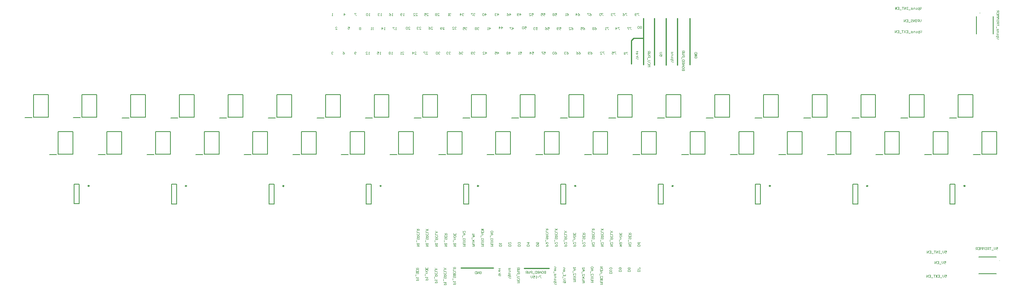
<source format=gbo>
G04*
G04 #@! TF.GenerationSoftware,Altium Limited,Altium Designer,23.2.1 (34)*
G04*
G04 Layer_Color=32896*
%FSLAX44Y44*%
%MOMM*%
G71*
G04*
G04 #@! TF.SameCoordinates,4AEFFC81-8D6A-4C92-BCC4-55949A9363D9*
G04*
G04*
G04 #@! TF.FilePolarity,Positive*
G04*
G01*
G75*
%ADD10C,0.2000*%
%ADD11C,0.2500*%
%ADD13C,0.2540*%
%ADD14C,0.1200*%
%ADD85C,0.0220*%
D10*
X2084240Y61809D02*
X2122240D01*
X2084240Y25809D02*
X2122240D01*
X2115183Y547456D02*
Y585456D01*
X2079183Y547456D02*
Y585456D01*
X118567Y364987D02*
X133817D01*
X137317Y366287D02*
Y415287D01*
X169317D01*
Y366287D02*
Y415287D01*
X137317Y366287D02*
X169317D01*
X172505Y284858D02*
X187755D01*
X191255Y286159D02*
Y335159D01*
X223255D01*
Y286159D02*
Y335159D01*
X191255Y286159D02*
X223255D01*
X224159Y364793D02*
X239408D01*
X242909Y366092D02*
Y415093D01*
X274909D01*
Y366092D02*
Y415093D01*
X242909Y366092D02*
X274909D01*
X278435Y284604D02*
X293685D01*
X297185Y285905D02*
Y334905D01*
X329185D01*
Y285905D02*
Y334905D01*
X297185Y285905D02*
X329185D01*
X330149Y364733D02*
X345399D01*
X348899Y366033D02*
Y415033D01*
X380899D01*
Y366033D02*
Y415033D01*
X348899Y366033D02*
X380899D01*
X383845Y284604D02*
X399095D01*
X402595Y285905D02*
Y334905D01*
X434595D01*
Y285905D02*
Y334905D01*
X402595Y285905D02*
X434595D01*
X435813Y364733D02*
X451063D01*
X454563Y366033D02*
Y415033D01*
X486563D01*
Y366033D02*
Y415033D01*
X454563Y366033D02*
X486563D01*
X489255Y284604D02*
X504505D01*
X508005Y285905D02*
Y334905D01*
X540005D01*
Y285905D02*
Y334905D01*
X508005Y285905D02*
X540005D01*
X541477Y364733D02*
X556727D01*
X560227Y366033D02*
Y415033D01*
X592227D01*
Y366033D02*
Y415033D01*
X560227Y366033D02*
X592227D01*
X594919Y284604D02*
X610169D01*
X613669Y285905D02*
Y334905D01*
X645669D01*
Y285905D02*
Y334905D01*
X613669Y285905D02*
X645669D01*
X647141Y364733D02*
X662391D01*
X665891Y366033D02*
Y415033D01*
X697891D01*
Y366033D02*
Y415033D01*
X665891Y366033D02*
X697891D01*
X700329Y284604D02*
X715579D01*
X719079Y285905D02*
Y334905D01*
X751079D01*
Y285905D02*
Y334905D01*
X719079Y285905D02*
X751079D01*
X752805Y364733D02*
X768055D01*
X771555Y366033D02*
Y415033D01*
X803555D01*
Y366033D02*
Y415033D01*
X771555Y366033D02*
X803555D01*
X805993Y284604D02*
X821243D01*
X824743Y285905D02*
Y334905D01*
X856743D01*
Y285905D02*
Y334905D01*
X824743Y285905D02*
X856743D01*
X858469Y364733D02*
X873719D01*
X877219Y366033D02*
Y415033D01*
X909219D01*
Y366033D02*
Y415033D01*
X877219Y366033D02*
X909219D01*
X911403Y284604D02*
X926653D01*
X930153Y285905D02*
Y334905D01*
X962153D01*
Y285905D02*
Y334905D01*
X930153Y285905D02*
X962153D01*
X964133Y364733D02*
X979383D01*
X982883Y366033D02*
Y415033D01*
X1014883D01*
Y366033D02*
Y415033D01*
X982883Y366033D02*
X1014883D01*
X1016813Y284604D02*
X1032063D01*
X1035563Y285905D02*
Y334905D01*
X1067563D01*
Y285905D02*
Y334905D01*
X1035563Y285905D02*
X1067563D01*
X1069797Y364733D02*
X1085047D01*
X1088547Y366033D02*
Y415033D01*
X1120547D01*
Y366033D02*
Y415033D01*
X1088547Y366033D02*
X1120547D01*
X1122477Y284604D02*
X1137727D01*
X1141227Y285905D02*
Y334905D01*
X1173227D01*
Y285905D02*
Y334905D01*
X1141227Y285905D02*
X1173227D01*
X1175461Y364733D02*
X1190711D01*
X1194211Y366033D02*
Y415033D01*
X1226211D01*
Y366033D02*
Y415033D01*
X1194211Y366033D02*
X1226211D01*
X1227887Y284604D02*
X1243137D01*
X1246637Y285905D02*
Y334905D01*
X1278637D01*
Y285905D02*
Y334905D01*
X1246637Y285905D02*
X1278637D01*
X1281125Y364733D02*
X1296375D01*
X1299875Y366033D02*
Y415033D01*
X1331875D01*
Y366033D02*
Y415033D01*
X1299875Y366033D02*
X1331875D01*
X1333551Y284604D02*
X1348801D01*
X1352301Y285905D02*
Y334905D01*
X1384301D01*
Y285905D02*
Y334905D01*
X1352301Y285905D02*
X1384301D01*
X1386789Y364733D02*
X1402039D01*
X1405539Y366033D02*
Y415033D01*
X1437539D01*
Y366033D02*
Y415033D01*
X1405539Y366033D02*
X1437539D01*
X1438961Y284604D02*
X1454211D01*
X1457711Y285905D02*
Y334905D01*
X1489711D01*
Y285905D02*
Y334905D01*
X1457711Y285905D02*
X1489711D01*
X1492453Y364733D02*
X1507703D01*
X1511203Y366033D02*
Y415033D01*
X1543203D01*
Y366033D02*
Y415033D01*
X1511203Y366033D02*
X1543203D01*
X1544625Y284604D02*
X1559875D01*
X1563375Y285905D02*
Y334905D01*
X1595375D01*
Y285905D02*
Y334905D01*
X1563375Y285905D02*
X1595375D01*
X1598117Y364733D02*
X1613367D01*
X1616867Y366033D02*
Y415033D01*
X1648867D01*
Y366033D02*
Y415033D01*
X1616867Y366033D02*
X1648867D01*
X1650035Y284604D02*
X1665285D01*
X1668785Y285905D02*
Y334905D01*
X1700785D01*
Y285905D02*
Y334905D01*
X1668785Y285905D02*
X1700785D01*
X1703781Y364733D02*
X1719031D01*
X1722531Y366033D02*
Y415033D01*
X1754531D01*
Y366033D02*
Y415033D01*
X1722531Y366033D02*
X1754531D01*
X1755445Y284604D02*
X1770695D01*
X1774195Y285905D02*
Y334905D01*
X1806195D01*
Y285905D02*
Y334905D01*
X1774195Y285905D02*
X1806195D01*
X1809445Y364733D02*
X1824695D01*
X1828195Y366033D02*
Y415033D01*
X1860195D01*
Y366033D02*
Y415033D01*
X1828195Y366033D02*
X1860195D01*
X1861109Y284604D02*
X1876359D01*
X1879859Y285905D02*
Y334905D01*
X1911859D01*
Y285905D02*
Y334905D01*
X1879859Y285905D02*
X1911859D01*
X1915109Y364733D02*
X1930359D01*
X1933859Y366033D02*
Y415033D01*
X1965859D01*
Y366033D02*
Y415033D01*
X1933859Y366033D02*
X1965859D01*
X1966519Y284604D02*
X1981769D01*
X1985269Y285905D02*
Y334905D01*
X2017269D01*
Y285905D02*
Y334905D01*
X1985269Y285905D02*
X2017269D01*
X2020773Y364733D02*
X2036023D01*
X2039523Y366033D02*
Y415033D01*
X2071523D01*
Y366033D02*
Y415033D01*
X2039523Y366033D02*
X2071523D01*
X2072183Y284604D02*
X2087433D01*
X2090933Y285905D02*
Y334905D01*
X2122933D01*
Y285905D02*
Y334905D01*
X2090933Y285905D02*
X2122933D01*
X13087Y365072D02*
X28337D01*
X31837Y366372D02*
Y415372D01*
X63836D01*
Y366372D02*
Y415372D01*
X31837Y366372D02*
X63836D01*
X66841Y284858D02*
X82091D01*
X85591Y286159D02*
Y335159D01*
X117591D01*
Y286159D02*
Y335159D01*
X85591Y286159D02*
X117591D01*
X342679Y177680D02*
Y220680D01*
X331679Y177680D02*
X342679D01*
X331679D02*
Y220680D01*
X342679D01*
X542969D02*
X553969D01*
X542969Y177680D02*
Y220680D01*
Y177680D02*
X553969D01*
Y220680D01*
X765259Y177680D02*
Y220680D01*
X754259Y177680D02*
X765259D01*
X754259D02*
Y220680D01*
X765259D01*
X965548D02*
X976548D01*
X965548Y177680D02*
Y220680D01*
Y177680D02*
X976548D01*
Y220680D01*
X1187838Y177680D02*
Y220680D01*
X1176838Y177680D02*
X1187838D01*
X1176838D02*
Y220680D01*
X1187838D01*
X1388128D02*
X1399128D01*
X1388128Y177680D02*
Y220680D01*
Y177680D02*
X1399128D01*
Y220680D01*
X1610418Y177680D02*
Y220680D01*
X1599418Y177680D02*
X1610418D01*
X1599418D02*
Y220680D01*
X1610418D01*
X1810707D02*
X1821707D01*
X1810707Y177680D02*
Y220680D01*
Y177680D02*
X1821707D01*
Y220680D01*
X2032997Y177680D02*
Y220680D01*
X2021997Y177680D02*
X2032997D01*
X2021997D02*
Y220680D01*
X2032997D01*
X120344Y220877D02*
X131344D01*
X120344Y177878D02*
Y220877D01*
Y177878D02*
X131344D01*
Y220877D01*
D11*
X364179Y216680D02*
G03*
X364179Y216680I-1250J0D01*
G01*
X575469D02*
G03*
X575469Y216680I-1250J0D01*
G01*
X786759D02*
G03*
X786759Y216680I-1250J0D01*
G01*
X998048D02*
G03*
X998048Y216680I-1250J0D01*
G01*
X1209338D02*
G03*
X1209338Y216680I-1250J0D01*
G01*
X1420628D02*
G03*
X1420628Y216680I-1250J0D01*
G01*
X1631918D02*
G03*
X1631918Y216680I-1250J0D01*
G01*
X1843207D02*
G03*
X1843207Y216680I-1250J0D01*
G01*
X2054497D02*
G03*
X2054497Y216680I-1250J0D01*
G01*
X152844Y216877D02*
G03*
X152844Y216877I-1250J0D01*
G01*
D13*
X1350000Y538110D02*
X1354103D01*
X1356129Y480603D02*
Y581592D01*
X1380000Y480000D02*
Y580989D01*
X1405000Y480000D02*
Y580989D01*
X1430000Y480000D02*
Y580989D01*
X1330000Y482287D02*
Y533110D01*
X1330293D02*
X1335293Y538110D01*
X1350000D01*
X1456550Y480440D02*
Y581429D01*
X960123Y38273D02*
X1030123D01*
X1096649Y37502D02*
X1151649D01*
D14*
X2010723Y23279D02*
X2014055D01*
Y20780D01*
X2012389Y21613D01*
X2011556D01*
X2010723Y20780D01*
Y19114D01*
X2011556Y18281D01*
X2013222D01*
X2014055Y19114D01*
X2009057Y23279D02*
Y19947D01*
X2007391Y18281D01*
X2005725Y19947D01*
Y23279D01*
X2004059Y17448D02*
X2000726D01*
X1995728Y23279D02*
X1999060D01*
Y18281D01*
X1995728D01*
X1999060Y20780D02*
X1997394D01*
X1994062Y23279D02*
X1990730Y18281D01*
Y23279D02*
X1994062Y18281D01*
X1989064Y23279D02*
X1985731D01*
X1987398D01*
Y18281D01*
X1984065Y17448D02*
X1980733D01*
X1975735Y23279D02*
X1979067D01*
Y18281D01*
X1975735D01*
X1979067Y20780D02*
X1977401D01*
X1974069Y18281D02*
Y23279D01*
X1970736Y18281D01*
Y23279D01*
X2010921Y75957D02*
X2014254D01*
Y73458D01*
X2012587Y74291D01*
X2011754D01*
X2010921Y73458D01*
Y71792D01*
X2011754Y70959D01*
X2013421D01*
X2014254Y71792D01*
X2009255Y75957D02*
Y72625D01*
X2007589Y70959D01*
X2005923Y72625D01*
Y75957D01*
X2004257Y70126D02*
X2000925D01*
X1999259Y75957D02*
X1997592D01*
X1998425D01*
Y70959D01*
X1999259D01*
X1997592D01*
X1995093D02*
Y75957D01*
X1991761Y70959D01*
Y75957D01*
X1990095D02*
X1986763D01*
X1988429D01*
Y70959D01*
X1985096Y70126D02*
X1981764D01*
X1976766Y75957D02*
X1980098D01*
Y70959D01*
X1976766D01*
X1980098Y73458D02*
X1978432D01*
X1975100Y70959D02*
Y75957D01*
X1971767Y70959D01*
Y75957D01*
X2008743Y53183D02*
X2012075D01*
Y50684D01*
X2010409Y51517D01*
X2009576D01*
X2008743Y50684D01*
Y49018D01*
X2009576Y48184D01*
X2011242D01*
X2012075Y49018D01*
X2007077Y53183D02*
Y49851D01*
X2005411Y48184D01*
X2003745Y49851D01*
Y53183D01*
X2002078Y47351D02*
X1998746D01*
X1993748Y53183D02*
X1997080D01*
Y48184D01*
X1993748D01*
X1997080Y50684D02*
X1995414D01*
X1992082Y48184D02*
Y53183D01*
X1988749Y48184D01*
Y53183D01*
X1959521Y554705D02*
Y551372D01*
X1957855Y549706D01*
X1956189Y551372D01*
Y554705D01*
X1954523Y548040D02*
Y553038D01*
X1952024D01*
X1951191Y552205D01*
Y550539D01*
X1952024Y549706D01*
X1954523D01*
X1949525D02*
X1947858D01*
X1948692D01*
Y553038D01*
X1949525D01*
X1945359Y549706D02*
Y553038D01*
X1942860D01*
X1942027Y552205D01*
Y549706D01*
X1940361D02*
X1937862D01*
X1937029Y550539D01*
X1937862Y551372D01*
X1939528D01*
X1940361Y552205D01*
X1939528Y553038D01*
X1937029D01*
X1935363Y548873D02*
X1932030D01*
X1927032Y554705D02*
X1930364D01*
Y549706D01*
X1927032D01*
X1930364Y552205D02*
X1928698D01*
X1925366Y554705D02*
X1922034Y549706D01*
Y554705D02*
X1925366Y549706D01*
X1920367Y554705D02*
X1917035D01*
X1918701D01*
Y549706D01*
X1915369Y548873D02*
X1912037D01*
X1907039Y554705D02*
X1910371D01*
Y549706D01*
X1907039D01*
X1910371Y552205D02*
X1908705D01*
X1905372Y549706D02*
Y554705D01*
X1902040Y549706D01*
Y554705D01*
X1959340Y605451D02*
Y602118D01*
X1957674Y600452D01*
X1956008Y602118D01*
Y605451D01*
X1954342Y598786D02*
Y603784D01*
X1951843D01*
X1951010Y602951D01*
Y601285D01*
X1951843Y600452D01*
X1954342D01*
X1949344D02*
X1947677D01*
X1948510D01*
Y603784D01*
X1949344D01*
X1945178Y600452D02*
Y603784D01*
X1942679D01*
X1941846Y602951D01*
Y600452D01*
X1940180D02*
X1937681D01*
X1936848Y601285D01*
X1937681Y602118D01*
X1939347D01*
X1940180Y602951D01*
X1939347Y603784D01*
X1936848D01*
X1935181Y599619D02*
X1931849D01*
X1930183Y605451D02*
X1928517D01*
X1929350D01*
Y600452D01*
X1930183D01*
X1928517D01*
X1926018D02*
Y605451D01*
X1922686Y600452D01*
Y605451D01*
X1921019D02*
X1917687D01*
X1919353D01*
Y600452D01*
X1916021Y599619D02*
X1912689D01*
X1907690Y605451D02*
X1911023D01*
Y600452D01*
X1907690D01*
X1911023Y602951D02*
X1909357D01*
X1906024Y600452D02*
Y605451D01*
X1902692Y600452D01*
Y605451D01*
X1959159Y578701D02*
Y575368D01*
X1957493Y573702D01*
X1955827Y575368D01*
Y578701D01*
X1954161Y573702D02*
Y578701D01*
X1951662D01*
X1950828Y577868D01*
Y576202D01*
X1951662Y575368D01*
X1954161D01*
X1949162Y578701D02*
X1947496D01*
X1948329D01*
Y573702D01*
X1949162D01*
X1947496D01*
X1944997D02*
Y578701D01*
X1941665Y573702D01*
Y578701D01*
X1936666Y577868D02*
X1937499Y578701D01*
X1939165D01*
X1939999Y577868D01*
Y577035D01*
X1939165Y576202D01*
X1937499D01*
X1936666Y575368D01*
Y574535D01*
X1937499Y573702D01*
X1939165D01*
X1939999Y574535D01*
X1935000Y572869D02*
X1931668D01*
X1926670Y578701D02*
X1930002D01*
Y573702D01*
X1926670D01*
X1930002Y576202D02*
X1928336D01*
X1925004Y573702D02*
Y578701D01*
X1921671Y573702D01*
Y578701D01*
X869288Y557614D02*
X872620D01*
X869288Y560946D01*
Y561779D01*
X870121Y562612D01*
X871787D01*
X872620Y561779D01*
X867622D02*
X866789Y562612D01*
X865123D01*
X864290Y561779D01*
Y560946D01*
X865123Y560113D01*
X865956D01*
X865123D01*
X864290Y559280D01*
Y558447D01*
X865123Y557614D01*
X866789D01*
X867622Y558447D01*
X894736Y557367D02*
X898068D01*
X894736Y560699D01*
Y561532D01*
X895569Y562365D01*
X897235D01*
X898068Y561532D01*
X889738Y562365D02*
X891404Y561532D01*
X893070Y559866D01*
Y558200D01*
X892237Y557367D01*
X890571D01*
X889738Y558200D01*
Y559033D01*
X890571Y559866D01*
X893070D01*
X920349Y557120D02*
X923681D01*
X920349Y560452D01*
Y561285D01*
X921182Y562118D01*
X922848D01*
X923681Y561285D01*
X918682Y557953D02*
X917849Y557120D01*
X916183D01*
X915350Y557953D01*
Y561285D01*
X916183Y562118D01*
X917849D01*
X918682Y561285D01*
Y560452D01*
X917849Y559619D01*
X915350D01*
X1351552Y563380D02*
X1350719Y564213D01*
X1349053D01*
X1348220Y563380D01*
Y562547D01*
X1349053Y561714D01*
X1348220Y560881D01*
Y560048D01*
X1349053Y559215D01*
X1350719D01*
X1351552Y560048D01*
Y560881D01*
X1350719Y561714D01*
X1351552Y562547D01*
Y563380D01*
X1350719Y561714D02*
X1349053D01*
X1346554Y563380D02*
X1345721Y564213D01*
X1344055D01*
X1343222Y563380D01*
Y560048D01*
X1344055Y559215D01*
X1345721D01*
X1346554Y560048D01*
Y563380D01*
X1047797Y558480D02*
Y563479D01*
X1050296Y560979D01*
X1046964D01*
X1042799Y558480D02*
Y563479D01*
X1045298Y560979D01*
X1041966D01*
X681887Y507213D02*
X681054Y508046D01*
X679388D01*
X678555Y507213D01*
Y506380D01*
X679388Y505547D01*
X680221D01*
X679388D01*
X678555Y504714D01*
Y503881D01*
X679388Y503048D01*
X681054D01*
X681887Y503881D01*
X703573Y508749D02*
X705239Y507916D01*
X706905Y506250D01*
Y504584D01*
X706072Y503750D01*
X704406D01*
X703573Y504584D01*
Y505416D01*
X704406Y506250D01*
X706905D01*
X731782Y504021D02*
X730949Y503188D01*
X729283D01*
X728450Y504021D01*
Y507354D01*
X729283Y508187D01*
X730949D01*
X731782Y507354D01*
Y506521D01*
X730949Y505687D01*
X728450D01*
X810641Y503258D02*
X808975D01*
X809808D01*
Y508256D01*
X810641Y507423D01*
X806476D02*
X805643Y508256D01*
X803977D01*
X803144Y507423D01*
Y506590D01*
X803977Y505757D01*
X803144Y504924D01*
Y504091D01*
X803977Y503258D01*
X805643D01*
X806476Y504091D01*
Y504924D01*
X805643Y505757D01*
X806476Y506590D01*
Y507423D01*
X805643Y505757D02*
X803977D01*
X785711Y503258D02*
X784045D01*
X784878D01*
Y508256D01*
X785711Y507423D01*
X778214Y508256D02*
X781546D01*
Y505757D01*
X779880Y506590D01*
X779047D01*
X778214Y505757D01*
Y504091D01*
X779047Y503258D01*
X780713D01*
X781546Y504091D01*
X760781Y503258D02*
X759115D01*
X759948D01*
Y508256D01*
X760781Y507423D01*
X753283Y503258D02*
X756615D01*
X753283Y506590D01*
Y507423D01*
X754116Y508256D01*
X755782D01*
X756615Y507423D01*
X914414D02*
X913581Y508256D01*
X911915D01*
X911082Y507423D01*
Y506590D01*
X911915Y505757D01*
X912748D01*
X911915D01*
X911082Y504924D01*
Y504091D01*
X911915Y503258D01*
X913581D01*
X914414Y504091D01*
X909416Y507423D02*
X908583Y508256D01*
X906917D01*
X906083Y507423D01*
Y504091D01*
X906917Y503258D01*
X908583D01*
X909416Y504091D01*
Y507423D01*
X936959D02*
X936126Y508256D01*
X934460D01*
X933627Y507423D01*
Y506590D01*
X934460Y505757D01*
X935293D01*
X934460D01*
X933627Y504924D01*
Y504091D01*
X934460Y503258D01*
X936126D01*
X936959Y504091D01*
X931961Y507423D02*
X931128Y508256D01*
X929462D01*
X928629Y507423D01*
Y506590D01*
X929462Y505757D01*
X930295D01*
X929462D01*
X928629Y504924D01*
Y504091D01*
X929462Y503258D01*
X931128D01*
X931961Y504091D01*
X964222Y507423D02*
X963389Y508256D01*
X961723D01*
X960890Y507423D01*
Y506590D01*
X961723Y505757D01*
X962556D01*
X961723D01*
X960890Y504924D01*
Y504091D01*
X961723Y503258D01*
X963389D01*
X964222Y504091D01*
X955892Y508256D02*
X957558Y507423D01*
X959224Y505757D01*
Y504091D01*
X958391Y503258D01*
X956725D01*
X955892Y504091D01*
Y504924D01*
X956725Y505757D01*
X959224D01*
X883438Y503258D02*
X886770D01*
X883438Y506590D01*
Y507423D01*
X884271Y508256D01*
X885937D01*
X886770Y507423D01*
X881771Y508256D02*
X878439D01*
Y507423D01*
X881771Y504091D01*
Y503258D01*
X858838D02*
X862170D01*
X858838Y506590D01*
Y507423D01*
X859671Y508256D01*
X861337D01*
X862170Y507423D01*
X854673Y503258D02*
Y508256D01*
X857172Y505757D01*
X853840D01*
X832240Y503258D02*
X835572D01*
X832240Y506590D01*
Y507423D01*
X833073Y508256D01*
X834739D01*
X835572Y507423D01*
X830574Y503258D02*
X828907D01*
X829740D01*
Y508256D01*
X830574Y507423D01*
X1088011Y587136D02*
Y592134D01*
X1090510Y589635D01*
X1087178D01*
X1085511Y587968D02*
X1084678Y587136D01*
X1083012D01*
X1082179Y587968D01*
Y591301D01*
X1083012Y592134D01*
X1084678D01*
X1085511Y591301D01*
Y590468D01*
X1084678Y589635D01*
X1082179D01*
X1112834Y592134D02*
X1116166D01*
Y589635D01*
X1114500Y590468D01*
X1113667D01*
X1112834Y589635D01*
Y587968D01*
X1113667Y587136D01*
X1115333D01*
X1116166Y587968D01*
X1107836Y587136D02*
X1111168D01*
X1107836Y590468D01*
Y591301D01*
X1108669Y592134D01*
X1110335D01*
X1111168Y591301D01*
X1138490Y592134D02*
X1141823D01*
Y589635D01*
X1140156Y590468D01*
X1139324D01*
X1138490Y589635D01*
Y587968D01*
X1139324Y587136D01*
X1140990D01*
X1141823Y587968D01*
X1133492Y592134D02*
X1136824D01*
Y589635D01*
X1135158Y590468D01*
X1134325D01*
X1133492Y589635D01*
Y587968D01*
X1134325Y587136D01*
X1135991D01*
X1136824Y587968D01*
X1065623Y587136D02*
Y592134D01*
X1068122Y589635D01*
X1064790D01*
X1059791Y592134D02*
X1061458Y591301D01*
X1063124Y589635D01*
Y587968D01*
X1062291Y587136D01*
X1060625D01*
X1059791Y587968D01*
Y588802D01*
X1060625Y589635D01*
X1063124D01*
X1013358Y503258D02*
Y508256D01*
X1015857Y505757D01*
X1012525D01*
X1007527Y503258D02*
X1010859D01*
X1007527Y506590D01*
Y507423D01*
X1008360Y508256D01*
X1010026D01*
X1010859Y507423D01*
X990527D02*
X989694Y508256D01*
X988028D01*
X987195Y507423D01*
Y506590D01*
X988028Y505757D01*
X988861D01*
X988028D01*
X987195Y504924D01*
Y504091D01*
X988028Y503258D01*
X989694D01*
X990527Y504091D01*
X985529D02*
X984696Y503258D01*
X983029D01*
X982196Y504091D01*
Y507423D01*
X983029Y508256D01*
X984696D01*
X985529Y507423D01*
Y506590D01*
X984696Y505757D01*
X982196D01*
X1239450Y592134D02*
X1241116Y591301D01*
X1242782Y589635D01*
Y587968D01*
X1241949Y587136D01*
X1240283D01*
X1239450Y587968D01*
Y588802D01*
X1240283Y589635D01*
X1242782D01*
X1237784Y592134D02*
X1234451D01*
Y591301D01*
X1237784Y587968D01*
Y587136D01*
X1268438Y592134D02*
X1265106D01*
Y591301D01*
X1268438Y587968D01*
Y587136D01*
X1263440Y591301D02*
X1262607Y592134D01*
X1260941D01*
X1260108Y591301D01*
Y587968D01*
X1260941Y587136D01*
X1262607D01*
X1263440Y587968D01*
Y591301D01*
X1294095Y592134D02*
X1290762D01*
Y591301D01*
X1294095Y587968D01*
Y587136D01*
X1289096Y591301D02*
X1288263Y592134D01*
X1286597D01*
X1285764Y591301D01*
Y590468D01*
X1286597Y589635D01*
X1287430D01*
X1286597D01*
X1285764Y588802D01*
Y587968D01*
X1286597Y587136D01*
X1288263D01*
X1289096Y587968D01*
X1213793Y592134D02*
X1215460Y591301D01*
X1217126Y589635D01*
Y587968D01*
X1216292Y587136D01*
X1214626D01*
X1213793Y587968D01*
Y588802D01*
X1214626Y589635D01*
X1217126D01*
X1209628Y587136D02*
Y592134D01*
X1212127Y589635D01*
X1208795D01*
X1189803Y592134D02*
X1191469Y591301D01*
X1193135Y589635D01*
Y587968D01*
X1192302Y587136D01*
X1190636D01*
X1189803Y587968D01*
Y588802D01*
X1190636Y589635D01*
X1193135D01*
X1188137Y587136D02*
X1186471D01*
X1187304D01*
Y592134D01*
X1188137Y591301D01*
X1164147Y592134D02*
X1167479D01*
Y589635D01*
X1165813Y590468D01*
X1164980D01*
X1164147Y589635D01*
Y587968D01*
X1164980Y587136D01*
X1166646D01*
X1167479Y587968D01*
X1162481Y591301D02*
X1161648Y592134D01*
X1159981D01*
X1159148Y591301D01*
Y590468D01*
X1159981Y589635D01*
X1159148Y588802D01*
Y587968D01*
X1159981Y587136D01*
X1161648D01*
X1162481Y587968D01*
Y588802D01*
X1161648Y589635D01*
X1162481Y590468D01*
Y591301D01*
X1161648Y589635D02*
X1159981D01*
X1319751Y592134D02*
X1316419D01*
Y591301D01*
X1319751Y587968D01*
Y587136D01*
X1311420Y592134D02*
X1313087Y591301D01*
X1314753Y589635D01*
Y587968D01*
X1313920Y587136D01*
X1312254D01*
X1311420Y587968D01*
Y588802D01*
X1312254Y589635D01*
X1314753D01*
X1345693Y592134D02*
X1342361D01*
Y591301D01*
X1345693Y587968D01*
Y587136D01*
X1340695Y587968D02*
X1339862Y587136D01*
X1338196D01*
X1337363Y587968D01*
Y591301D01*
X1338196Y592134D01*
X1339862D01*
X1340695Y591301D01*
Y590468D01*
X1339862Y589635D01*
X1337363D01*
X687347Y557739D02*
X690679D01*
X687347Y561071D01*
Y561904D01*
X688180Y562737D01*
X689846D01*
X690679Y561904D01*
X714484Y562299D02*
X717816D01*
Y559800D01*
X716150Y560633D01*
X715317D01*
X714484Y559800D01*
Y558134D01*
X715317Y557301D01*
X716983D01*
X717816Y558134D01*
X742545Y561247D02*
X741712Y562081D01*
X740046D01*
X739213Y561247D01*
Y560414D01*
X740046Y559581D01*
X739213Y558748D01*
Y557915D01*
X740046Y557082D01*
X741712D01*
X742545Y557915D01*
Y558748D01*
X741712Y559581D01*
X742545Y560414D01*
Y561247D01*
X741712Y559581D02*
X740046D01*
X819492Y556887D02*
X817826D01*
X818659D01*
Y561885D01*
X819492Y561052D01*
X815327Y561885D02*
X811995D01*
Y561052D01*
X815327Y557720D01*
Y556887D01*
X794624D02*
X792958D01*
X793791D01*
Y561885D01*
X794624Y561052D01*
X787959Y556887D02*
Y561885D01*
X790458Y559386D01*
X787126D01*
X769799Y556987D02*
X768133D01*
X768966D01*
Y561986D01*
X769799Y561153D01*
X765633Y556987D02*
X763967D01*
X764800D01*
Y561986D01*
X765633Y561153D01*
X949623Y561779D02*
X948790Y562612D01*
X947124D01*
X946291Y561779D01*
Y560946D01*
X947124Y560113D01*
X947957D01*
X947124D01*
X946291Y559280D01*
Y558447D01*
X947124Y557614D01*
X948790D01*
X949623Y558447D01*
X941292Y557614D02*
X944624D01*
X941292Y560946D01*
Y561779D01*
X942125Y562612D01*
X943791D01*
X944624Y561779D01*
X972868Y561052D02*
X972035Y561885D01*
X970369D01*
X969536Y561052D01*
Y560219D01*
X970369Y559386D01*
X971202D01*
X970369D01*
X969536Y558553D01*
Y557720D01*
X970369Y556887D01*
X972035D01*
X972868Y557720D01*
X964537Y561885D02*
X967869D01*
Y559386D01*
X966203Y560219D01*
X965370D01*
X964537Y559386D01*
Y557720D01*
X965370Y556887D01*
X967036D01*
X967869Y557720D01*
X845814Y557322D02*
X849146D01*
X845814Y560654D01*
Y561487D01*
X846647Y562320D01*
X848313D01*
X849146Y561487D01*
X844148D02*
X843315Y562320D01*
X841649D01*
X840816Y561487D01*
Y558155D01*
X841649Y557322D01*
X843315D01*
X844148Y558155D01*
Y561487D01*
X1064506Y503258D02*
Y508256D01*
X1067005Y505757D01*
X1063673D01*
X1062007Y507423D02*
X1061174Y508256D01*
X1059508D01*
X1058674Y507423D01*
Y506590D01*
X1059508Y505757D01*
X1058674Y504924D01*
Y504091D01*
X1059508Y503258D01*
X1061174D01*
X1062007Y504091D01*
Y504924D01*
X1061174Y505757D01*
X1062007Y506590D01*
Y507423D01*
X1061174Y505757D02*
X1059508D01*
X1087420Y508256D02*
X1090752D01*
Y505757D01*
X1089086Y506590D01*
X1088253D01*
X1087420Y505757D01*
Y504091D01*
X1088253Y503258D01*
X1089919D01*
X1090752Y504091D01*
X1085754Y503258D02*
X1084088D01*
X1084921D01*
Y508256D01*
X1085754Y507423D01*
X1113968Y508256D02*
X1117301D01*
Y505757D01*
X1115635Y506590D01*
X1114801D01*
X1113968Y505757D01*
Y504091D01*
X1114801Y503258D01*
X1116468D01*
X1117301Y504091D01*
X1109803Y503258D02*
Y508256D01*
X1112302Y505757D01*
X1108970D01*
X1039297Y503258D02*
Y508256D01*
X1041796Y505757D01*
X1038464D01*
X1033466Y508256D02*
X1036798D01*
Y505757D01*
X1035132Y506590D01*
X1034299D01*
X1033466Y505757D01*
Y504091D01*
X1034299Y503258D01*
X1035965D01*
X1036798Y504091D01*
X1021771Y556887D02*
Y561885D01*
X1024271Y559386D01*
X1020938D01*
X1019272Y556887D02*
X1017606D01*
X1018439D01*
Y561885D01*
X1019272Y561052D01*
X998569D02*
X997736Y561885D01*
X996070D01*
X995237Y561052D01*
Y560219D01*
X996070Y559386D01*
X996903D01*
X996070D01*
X995237Y558553D01*
Y557720D01*
X996070Y556887D01*
X997736D01*
X998569Y557720D01*
X993571Y561052D02*
X992738Y561885D01*
X991072D01*
X990239Y561052D01*
Y560219D01*
X991072Y559386D01*
X990239Y558553D01*
Y557720D01*
X991072Y556887D01*
X992738D01*
X993571Y557720D01*
Y558553D01*
X992738Y559386D01*
X993571Y560219D01*
Y561052D01*
X992738Y559386D02*
X991072D01*
X1215359Y508256D02*
X1217025Y507423D01*
X1218691Y505757D01*
Y504091D01*
X1217858Y503258D01*
X1216192D01*
X1215359Y504091D01*
Y504924D01*
X1216192Y505757D01*
X1218691D01*
X1210360Y508256D02*
X1212026Y507423D01*
X1213692Y505757D01*
Y504091D01*
X1212859Y503258D01*
X1211193D01*
X1210360Y504091D01*
Y504924D01*
X1211193Y505757D01*
X1213692D01*
X1241122Y508256D02*
X1242788Y507423D01*
X1244454Y505757D01*
Y504091D01*
X1243621Y503258D01*
X1241955D01*
X1241122Y504091D01*
Y504924D01*
X1241955Y505757D01*
X1244454D01*
X1239456Y504091D02*
X1238623Y503258D01*
X1236957D01*
X1236124Y504091D01*
Y507423D01*
X1236957Y508256D01*
X1238623D01*
X1239456Y507423D01*
Y506590D01*
X1238623Y505757D01*
X1236124D01*
X1270218Y508256D02*
X1266886D01*
Y507423D01*
X1270218Y504091D01*
Y503258D01*
X1261887D02*
X1265219D01*
X1261887Y506590D01*
Y507423D01*
X1262720Y508256D01*
X1264386D01*
X1265219Y507423D01*
X1189595Y508256D02*
X1191261Y507423D01*
X1192927Y505757D01*
Y504091D01*
X1192094Y503258D01*
X1190428D01*
X1189595Y504091D01*
Y504924D01*
X1190428Y505757D01*
X1192927D01*
X1187929Y507423D02*
X1187096Y508256D01*
X1185430D01*
X1184597Y507423D01*
Y506590D01*
X1185430Y505757D01*
X1186263D01*
X1185430D01*
X1184597Y504924D01*
Y504091D01*
X1185430Y503258D01*
X1187096D01*
X1187929Y504091D01*
X1163832Y508256D02*
X1165498Y507423D01*
X1167164Y505757D01*
Y504091D01*
X1166331Y503258D01*
X1164665D01*
X1163832Y504091D01*
Y504924D01*
X1164665Y505757D01*
X1167164D01*
X1162166Y507423D02*
X1161333Y508256D01*
X1159667D01*
X1158833Y507423D01*
Y504091D01*
X1159667Y503258D01*
X1161333D01*
X1162166Y504091D01*
Y507423D01*
X1139786Y508256D02*
X1143118D01*
Y505757D01*
X1141452Y506590D01*
X1140619D01*
X1139786Y505757D01*
Y504091D01*
X1140619Y503258D01*
X1142285D01*
X1143118Y504091D01*
X1138120Y508256D02*
X1134787D01*
Y507423D01*
X1138120Y504091D01*
Y503258D01*
X1295981Y508256D02*
X1292649D01*
Y507423D01*
X1295981Y504091D01*
Y503258D01*
X1287651Y508256D02*
X1290983D01*
Y505757D01*
X1289317Y506590D01*
X1288484D01*
X1287651Y505757D01*
Y504091D01*
X1288484Y503258D01*
X1290150D01*
X1290983Y504091D01*
X1321745Y507910D02*
X1318412D01*
Y507077D01*
X1321745Y503745D01*
Y502912D01*
X1316746Y507077D02*
X1315913Y507910D01*
X1314247D01*
X1313414Y507077D01*
Y506244D01*
X1314247Y505411D01*
X1313414Y504578D01*
Y503745D01*
X1314247Y502912D01*
X1315913D01*
X1316746Y503745D01*
Y504578D01*
X1315913Y505411D01*
X1316746Y506244D01*
Y507077D01*
X1315913Y505411D02*
X1314247D01*
X1329356Y561885D02*
X1326024D01*
Y561052D01*
X1329356Y557720D01*
Y556887D01*
X1324357Y561885D02*
X1321025D01*
Y561052D01*
X1324357Y557720D01*
Y556887D01*
X1303654Y561885D02*
X1300322D01*
Y561052D01*
X1303654Y557720D01*
Y556887D01*
X1296157D02*
Y561885D01*
X1298656Y559386D01*
X1295324D01*
X1147779Y561885D02*
X1151112D01*
Y559386D01*
X1149446Y560219D01*
X1148613D01*
X1147779Y559386D01*
Y557720D01*
X1148613Y556887D01*
X1150279D01*
X1151112Y557720D01*
X1142781Y561885D02*
X1144447Y561052D01*
X1146113Y559386D01*
Y557720D01*
X1145280Y556887D01*
X1143614D01*
X1142781Y557720D01*
Y558553D01*
X1143614Y559386D01*
X1146113D01*
X1173481Y561885D02*
X1176813D01*
Y559386D01*
X1175147Y560219D01*
X1174314D01*
X1173481Y559386D01*
Y557720D01*
X1174314Y556887D01*
X1175980D01*
X1176813Y557720D01*
X1171815D02*
X1170982Y556887D01*
X1169316D01*
X1168483Y557720D01*
Y561052D01*
X1169316Y561885D01*
X1170982D01*
X1171815Y561052D01*
Y560219D01*
X1170982Y559386D01*
X1168483D01*
X1199182Y561885D02*
X1200849Y561052D01*
X1202515Y559386D01*
Y557720D01*
X1201682Y556887D01*
X1200015D01*
X1199182Y557720D01*
Y558553D01*
X1200015Y559386D01*
X1202515D01*
X1194184Y556887D02*
X1197516D01*
X1194184Y560219D01*
Y561052D01*
X1195017Y561885D01*
X1196683D01*
X1197516Y561052D01*
X1279619Y561885D02*
X1276287D01*
Y561052D01*
X1279619Y557720D01*
Y556887D01*
X1274621D02*
X1272954D01*
X1273788D01*
Y561885D01*
X1274621Y561052D01*
X1250585Y561885D02*
X1252251Y561052D01*
X1253918Y559386D01*
Y557720D01*
X1253084Y556887D01*
X1251418D01*
X1250585Y557720D01*
Y558553D01*
X1251418Y559386D01*
X1253918D01*
X1248919Y561052D02*
X1248086Y561885D01*
X1246420D01*
X1245587Y561052D01*
Y560219D01*
X1246420Y559386D01*
X1245587Y558553D01*
Y557720D01*
X1246420Y556887D01*
X1248086D01*
X1248919Y557720D01*
Y558553D01*
X1248086Y559386D01*
X1248919Y560219D01*
Y561052D01*
X1248086Y559386D02*
X1246420D01*
X1224884Y561885D02*
X1226550Y561052D01*
X1228216Y559386D01*
Y557720D01*
X1227383Y556887D01*
X1225717D01*
X1224884Y557720D01*
Y558553D01*
X1225717Y559386D01*
X1228216D01*
X1219885Y561885D02*
X1223218D01*
Y559386D01*
X1221552Y560219D01*
X1220719D01*
X1219885Y559386D01*
Y557720D01*
X1220719Y556887D01*
X1222385D01*
X1223218Y557720D01*
X990126Y591301D02*
X989293Y592134D01*
X987627D01*
X986794Y591301D01*
Y590468D01*
X987627Y589635D01*
X988460D01*
X987627D01*
X986794Y588802D01*
Y587968D01*
X987627Y587136D01*
X989293D01*
X990126Y587968D01*
X985127Y592134D02*
X981795D01*
Y591301D01*
X985127Y587968D01*
Y587136D01*
X1012402D02*
Y592134D01*
X1014901Y589635D01*
X1011569D01*
X1009903Y591301D02*
X1009070Y592134D01*
X1007403D01*
X1006571Y591301D01*
Y587968D01*
X1007403Y587136D01*
X1009070D01*
X1009903Y587968D01*
Y591301D01*
X1039242Y587136D02*
Y592134D01*
X1041741Y589635D01*
X1038409D01*
X1036743Y591301D02*
X1035910Y592134D01*
X1034243D01*
X1033410Y591301D01*
Y590468D01*
X1034243Y589635D01*
X1035077D01*
X1034243D01*
X1033410Y588802D01*
Y587968D01*
X1034243Y587136D01*
X1035910D01*
X1036743Y587968D01*
X1122078Y561885D02*
X1125410D01*
Y559386D01*
X1123744Y560219D01*
X1122911D01*
X1122078Y559386D01*
Y557720D01*
X1122911Y556887D01*
X1124577D01*
X1125410Y557720D01*
X1120412Y561052D02*
X1119579Y561885D01*
X1117913D01*
X1117080Y561052D01*
Y560219D01*
X1117913Y559386D01*
X1118746D01*
X1117913D01*
X1117080Y558553D01*
Y557720D01*
X1117913Y556887D01*
X1119579D01*
X1120412Y557720D01*
X1098005Y563377D02*
X1101338D01*
Y560877D01*
X1099672Y561710D01*
X1098839D01*
X1098005Y560877D01*
Y559211D01*
X1098839Y558378D01*
X1100505D01*
X1101338Y559211D01*
X1096339Y562543D02*
X1095506Y563377D01*
X1093840D01*
X1093007Y562543D01*
Y559211D01*
X1093840Y558378D01*
X1095506D01*
X1096339Y559211D01*
Y562543D01*
X1071508Y556887D02*
Y561885D01*
X1074007Y559386D01*
X1070675D01*
X1069009Y561885D02*
X1065677D01*
Y561052D01*
X1069009Y557720D01*
Y556887D01*
X836445Y587136D02*
X834779D01*
X835612D01*
Y592134D01*
X836445Y591301D01*
X832280Y587968D02*
X831447Y587136D01*
X829781D01*
X828948Y587968D01*
Y591301D01*
X829781Y592134D01*
X831447D01*
X832280Y591301D01*
Y590468D01*
X831447Y589635D01*
X828948D01*
X861541Y587136D02*
X864873D01*
X861541Y590468D01*
Y591301D01*
X862374Y592134D01*
X864040D01*
X864873Y591301D01*
X856542Y587136D02*
X859874D01*
X856542Y590468D01*
Y591301D01*
X857375Y592134D01*
X859041D01*
X859874Y591301D01*
X885169Y587136D02*
X888501D01*
X885169Y590468D01*
Y591301D01*
X886002Y592134D01*
X887668D01*
X888501Y591301D01*
X880171Y592134D02*
X883503D01*
Y589635D01*
X881837Y590468D01*
X881004D01*
X880171Y589635D01*
Y587968D01*
X881004Y587136D01*
X882670D01*
X883503Y587968D01*
X965580Y591301D02*
X964747Y592134D01*
X963081D01*
X962248Y591301D01*
Y590468D01*
X963081Y589635D01*
X963914D01*
X963081D01*
X962248Y588802D01*
Y587968D01*
X963081Y587136D01*
X964747D01*
X965580Y587968D01*
X958082Y587136D02*
Y592134D01*
X960582Y589635D01*
X957249D01*
X938238Y591301D02*
X937405Y592134D01*
X935739D01*
X934906Y591301D01*
Y590468D01*
X935739Y589635D01*
X936572D01*
X935739D01*
X934906Y588802D01*
Y587968D01*
X935739Y587136D01*
X937405D01*
X938238Y587968D01*
X933240Y587136D02*
X931573D01*
X932406D01*
Y592134D01*
X933240Y591301D01*
X909249Y587136D02*
X912581D01*
X909249Y590468D01*
Y591301D01*
X910082Y592134D01*
X911748D01*
X912581Y591301D01*
X907583D02*
X906750Y592134D01*
X905084D01*
X904251Y591301D01*
Y590468D01*
X905084Y589635D01*
X904251Y588802D01*
Y587968D01*
X905084Y587136D01*
X906750D01*
X907583Y587968D01*
Y588802D01*
X906750Y589635D01*
X907583Y590468D01*
Y591301D01*
X906750Y589635D02*
X905084D01*
X761975Y587136D02*
X760309D01*
X761142D01*
Y592134D01*
X761975Y591301D01*
X757810D02*
X756977Y592134D01*
X755311D01*
X754478Y591301D01*
Y587968D01*
X755311Y587136D01*
X756977D01*
X757810Y587968D01*
Y591301D01*
X786799Y587136D02*
X785133D01*
X785966D01*
Y592134D01*
X786799Y591301D01*
X782634D02*
X781800Y592134D01*
X780134D01*
X779301Y591301D01*
Y590468D01*
X780134Y589635D01*
X780967D01*
X780134D01*
X779301Y588802D01*
Y587968D01*
X780134Y587136D01*
X781800D01*
X782634Y587968D01*
X811622Y587136D02*
X809956D01*
X810789D01*
Y592134D01*
X811622Y591301D01*
X804125Y592134D02*
X805791Y591301D01*
X807457Y589635D01*
Y587968D01*
X806624Y587136D01*
X804958D01*
X804125Y587968D01*
Y588802D01*
X804958Y589635D01*
X807457D01*
X732480Y592134D02*
X729148D01*
Y591301D01*
X732480Y587968D01*
Y587136D01*
X706043D02*
Y592134D01*
X708542Y589635D01*
X705210D01*
X680970Y587136D02*
X679304D01*
X680137D01*
Y592134D01*
X680970Y591301D01*
X1365225Y476431D02*
X1370224D01*
X1368557Y478097D01*
X1370224Y479763D01*
X1365225D01*
X1369391Y484761D02*
X1370224Y483928D01*
Y482262D01*
X1369391Y481429D01*
X1366058D01*
X1365225Y482262D01*
Y483928D01*
X1366058Y484761D01*
X1370224Y486427D02*
X1366058D01*
X1365225Y487261D01*
Y488927D01*
X1366058Y489760D01*
X1370224D01*
X1364392Y491426D02*
Y494758D01*
X1365225Y496424D02*
X1370224D01*
Y498923D01*
X1369391Y499756D01*
X1367724D01*
X1366891Y498923D01*
Y496424D01*
X1370224Y501423D02*
X1365225D01*
X1366891Y503089D01*
X1365225Y504755D01*
X1370224D01*
X1365225Y506421D02*
X1370224D01*
Y508920D01*
X1369391Y509753D01*
X1367724D01*
X1366891Y508920D01*
Y506421D01*
Y508087D02*
X1365225Y509753D01*
X1420974Y486325D02*
X1417642D01*
X1415976Y487991D01*
X1417642Y489657D01*
X1420974D01*
X1414310Y491324D02*
X1419308D01*
Y493823D01*
X1418475Y494656D01*
X1416809D01*
X1415976Y493823D01*
Y491324D01*
Y496322D02*
Y497988D01*
Y497155D01*
X1419308D01*
Y496322D01*
X1415976Y500487D02*
X1419308D01*
Y502986D01*
X1418475Y503819D01*
X1415976D01*
Y505485D02*
Y507985D01*
X1416809Y508818D01*
X1417642Y507985D01*
Y506319D01*
X1418475Y505485D01*
X1419308Y506319D01*
Y508818D01*
X1344902Y493104D02*
X1341569D01*
X1339903Y494770D01*
X1341569Y496436D01*
X1344902D01*
X1343235Y498102D02*
X1339903D01*
X1341569D01*
X1342402Y498935D01*
X1343235Y499768D01*
Y500602D01*
X1339903Y505600D02*
Y503934D01*
X1340736Y503101D01*
X1342402D01*
X1343235Y503934D01*
Y505600D01*
X1342402Y506433D01*
X1341569D01*
Y503101D01*
X1339903Y508932D02*
X1344069D01*
X1342402D01*
Y508099D01*
Y509765D01*
Y508932D01*
X1344069D01*
X1344902Y509765D01*
X1395521Y502333D02*
Y499001D01*
X1393022D01*
X1393855Y500667D01*
Y501500D01*
X1393022Y502333D01*
X1391356D01*
X1390522Y501500D01*
Y499834D01*
X1391356Y499001D01*
X1395521Y503999D02*
X1392189D01*
X1390522Y505666D01*
X1392189Y507332D01*
X1395521D01*
X1445006Y467831D02*
X1440007D01*
Y470330D01*
X1440840Y471163D01*
X1441673D01*
X1442506Y470330D01*
Y467831D01*
Y470330D01*
X1443340Y471163D01*
X1444173D01*
X1445006Y470330D01*
Y467831D01*
Y475328D02*
Y473662D01*
X1444173Y472829D01*
X1440840D01*
X1440007Y473662D01*
Y475328D01*
X1440840Y476161D01*
X1444173D01*
X1445006Y475328D01*
X1440007Y477827D02*
X1443340D01*
X1445006Y479494D01*
X1443340Y481160D01*
X1440007D01*
X1442506D01*
Y477827D01*
X1440007Y482826D02*
X1445006D01*
Y485325D01*
X1444173Y486158D01*
X1442506D01*
X1441673Y485325D01*
Y482826D01*
Y484492D02*
X1440007Y486158D01*
X1445006Y487824D02*
X1440007D01*
Y490323D01*
X1440840Y491156D01*
X1444173D01*
X1445006Y490323D01*
Y487824D01*
X1439174Y492823D02*
Y496155D01*
X1440007Y497821D02*
X1445006D01*
Y500320D01*
X1444173Y501153D01*
X1442506D01*
X1441673Y500320D01*
Y497821D01*
X1445006Y502819D02*
X1440007D01*
X1441673Y504485D01*
X1440007Y506152D01*
X1445006D01*
X1440007Y507818D02*
X1445006D01*
Y510317D01*
X1444173Y511150D01*
X1442506D01*
X1441673Y510317D01*
Y507818D01*
Y509484D02*
X1440007Y511150D01*
X1470898Y497901D02*
X1471731Y497068D01*
Y495401D01*
X1470898Y494568D01*
X1467565D01*
X1466732Y495401D01*
Y497068D01*
X1467565Y497901D01*
X1469232D01*
Y496235D01*
X1466732Y499567D02*
X1471731D01*
X1466732Y502899D01*
X1471731D01*
Y504565D02*
X1466732D01*
Y507064D01*
X1467565Y507897D01*
X1470898D01*
X1471731Y507064D01*
Y504565D01*
X2127865Y536200D02*
X2124532D01*
X2122866Y537866D01*
X2124532Y539532D01*
X2127865D01*
X2121200Y541198D02*
X2126198D01*
Y543698D01*
X2125365Y544531D01*
X2123699D01*
X2122866Y543698D01*
Y541198D01*
Y546197D02*
Y547863D01*
Y547030D01*
X2126198D01*
Y546197D01*
X2122866Y550362D02*
X2126198D01*
Y552861D01*
X2125365Y553694D01*
X2122866D01*
Y555360D02*
Y557860D01*
X2123699Y558693D01*
X2124532Y557860D01*
Y556194D01*
X2125365Y555360D01*
X2126198Y556194D01*
Y558693D01*
X2122033Y560359D02*
Y563691D01*
X2127865Y565357D02*
Y568689D01*
Y567023D01*
X2122866D01*
Y570355D02*
X2127865D01*
Y572855D01*
X2127031Y573688D01*
X2125365D01*
X2124532Y572855D01*
Y570355D01*
Y572022D02*
X2122866Y573688D01*
X2127865Y575354D02*
Y577020D01*
Y576187D01*
X2122866D01*
Y575354D01*
Y577020D01*
Y579519D02*
X2127865D01*
X2126198Y581185D01*
X2127865Y582851D01*
X2122866D01*
Y584518D02*
X2127865D01*
X2126198Y586184D01*
X2127865Y587850D01*
X2122866D01*
X2127865Y592848D02*
Y589516D01*
X2122866D01*
Y592848D01*
X2125365Y589516D02*
Y591182D01*
X2122866Y594514D02*
X2127865D01*
Y597014D01*
X2127031Y597846D01*
X2125365D01*
X2124532Y597014D01*
Y594514D01*
Y596180D02*
X2122866Y597846D01*
X2121966Y83660D02*
X2125299D01*
Y81161D01*
X2123633Y81994D01*
X2122799D01*
X2121966Y81161D01*
Y79495D01*
X2122799Y78662D01*
X2124465D01*
X2125299Y79495D01*
X2120300Y83660D02*
Y80328D01*
X2118634Y78662D01*
X2116968Y80328D01*
Y83660D01*
X2115302Y77829D02*
X2111970D01*
X2110303Y83660D02*
X2106971D01*
X2108637D01*
Y78662D01*
X2105305D02*
Y83660D01*
X2102806D01*
X2101973Y82828D01*
Y81161D01*
X2102806Y80328D01*
X2105305D01*
X2103639D02*
X2101973Y78662D01*
X2100307Y83660D02*
X2098641D01*
X2099474D01*
Y78662D01*
X2100307D01*
X2098641D01*
X2096141D02*
Y83660D01*
X2094475Y81994D01*
X2092809Y83660D01*
Y78662D01*
X2091143D02*
Y83660D01*
X2089477Y81994D01*
X2087811Y83660D01*
Y78662D01*
X2082812Y83660D02*
X2086145D01*
Y78662D01*
X2082812D01*
X2086145Y81161D02*
X2084479D01*
X2081146Y78662D02*
Y83660D01*
X2078647D01*
X2077814Y82828D01*
Y81161D01*
X2078647Y80328D01*
X2081146D01*
X2079480D02*
X2077814Y78662D01*
X864097Y86094D02*
X869095D01*
X864097Y89426D01*
X869095D01*
X864097Y91092D02*
Y92758D01*
Y91925D01*
X869095D01*
X868262Y91092D01*
X863263Y95257D02*
Y98590D01*
X868262Y103588D02*
X869095Y102755D01*
Y101089D01*
X868262Y100256D01*
X867429D01*
X866596Y101089D01*
Y102755D01*
X865763Y103588D01*
X864930D01*
X864097Y102755D01*
Y101089D01*
X864930Y100256D01*
X864097Y105254D02*
X869095D01*
Y107753D01*
X868262Y108586D01*
X866596D01*
X865763Y107753D01*
Y105254D01*
Y106920D02*
X864097Y108586D01*
X868262Y113585D02*
X869095Y112752D01*
Y111086D01*
X868262Y110252D01*
X864930D01*
X864097Y111086D01*
Y112752D01*
X864930Y113585D01*
X869095Y115251D02*
X864097D01*
Y118583D01*
Y120249D02*
X869095D01*
Y122748D01*
X868262Y123581D01*
X866596D01*
X865763Y122748D01*
Y120249D01*
Y121915D02*
X864097Y123581D01*
X884097Y86094D02*
X889095D01*
X884097Y89426D01*
X889095D01*
X884097Y91092D02*
Y92758D01*
Y91925D01*
X889095D01*
X888262Y91092D01*
X883263Y95257D02*
Y98590D01*
X888262Y103588D02*
X889095Y102755D01*
Y101089D01*
X888262Y100256D01*
X887429D01*
X886596Y101089D01*
Y102755D01*
X885763Y103588D01*
X884930D01*
X884097Y102755D01*
Y101089D01*
X884930Y100256D01*
X884097Y105254D02*
X889095D01*
Y107753D01*
X888262Y108586D01*
X886596D01*
X885763Y107753D01*
Y105254D01*
Y106920D02*
X884097Y108586D01*
X888262Y113585D02*
X889095Y112752D01*
Y111086D01*
X888262Y110252D01*
X884930D01*
X884097Y111086D01*
Y112752D01*
X884930Y113585D01*
X889095Y115251D02*
X884097D01*
Y118583D01*
X889095Y120249D02*
X884097D01*
X885763D01*
X889095Y123581D01*
X886596Y121082D01*
X884097Y123581D01*
X904097Y86094D02*
X909095D01*
X904097Y89426D01*
X909095D01*
X904097Y91092D02*
Y92758D01*
Y91925D01*
X909095D01*
X908262Y91092D01*
X903263Y95257D02*
Y98590D01*
X904097Y100256D02*
X909095D01*
Y102755D01*
X908262Y103588D01*
X906596D01*
X905763Y102755D01*
Y100256D01*
Y101922D02*
X904097Y103588D01*
X908262Y108586D02*
X909095Y107753D01*
Y106087D01*
X908262Y105254D01*
X904930D01*
X904097Y106087D01*
Y107753D01*
X904930Y108586D01*
X909095Y110252D02*
X904097D01*
Y113585D01*
X909095Y115251D02*
X904097D01*
X905763D01*
X909095Y118583D01*
X906596Y116084D01*
X904097Y118583D01*
X924097Y86094D02*
X929095D01*
X924097Y89426D01*
X929095D01*
X924097Y91092D02*
Y92758D01*
Y91925D01*
X929095D01*
X928262Y91092D01*
X923264Y95257D02*
Y98590D01*
X928262Y103588D02*
X929095Y102755D01*
Y101089D01*
X928262Y100256D01*
X927429D01*
X926596Y101089D01*
Y102755D01*
X925763Y103588D01*
X924930D01*
X924097Y102755D01*
Y101089D01*
X924930Y100256D01*
X929095Y108586D02*
Y105254D01*
X924097D01*
Y108586D01*
X926596Y105254D02*
Y106920D01*
X924097Y110252D02*
X929095D01*
Y112752D01*
X928262Y113585D01*
X926596D01*
X925763Y112752D01*
Y110252D01*
Y111918D02*
X924097Y113585D01*
X944097Y86094D02*
X949095D01*
X944097Y89426D01*
X949095D01*
X944097Y91092D02*
Y92758D01*
Y91925D01*
X949095D01*
X948262Y91092D01*
X943263Y95257D02*
Y98590D01*
X944097Y100256D02*
X947429D01*
Y102755D01*
X946596Y103588D01*
X944097D01*
X949095Y107753D02*
Y106087D01*
X948262Y105254D01*
X944930D01*
X944097Y106087D01*
Y107753D01*
X944930Y108586D01*
X948262D01*
X949095Y107753D01*
Y113585D02*
Y110252D01*
X944097D01*
Y113585D01*
X946596Y110252D02*
Y111918D01*
X964097Y86094D02*
X969095D01*
X967429Y87760D01*
X969095Y89426D01*
X964097D01*
X969095Y91092D02*
X964930D01*
X964097Y91925D01*
Y93591D01*
X964930Y94424D01*
X969095D01*
Y96090D02*
X964097Y99423D01*
X969095D02*
X964097Y96090D01*
Y101089D02*
Y102755D01*
Y101922D01*
X969095D01*
X968262Y101089D01*
X963263Y105254D02*
Y108586D01*
X964097Y110252D02*
X967429D01*
X969095Y111918D01*
X967429Y113585D01*
X964097D01*
X966596D01*
Y110252D01*
X964097Y118583D02*
Y115251D01*
X967429Y118583D01*
X968262D01*
X969095Y117750D01*
Y116084D01*
X968262Y115251D01*
X984097Y86094D02*
X989095D01*
X987429Y87760D01*
X989095Y89426D01*
X984097D01*
X989095Y91092D02*
X984930D01*
X984097Y91925D01*
Y93591D01*
X984930Y94424D01*
X989095D01*
Y96090D02*
X984097Y99423D01*
X989095D02*
X984097Y96090D01*
X983264Y101089D02*
Y104421D01*
X984097Y106087D02*
X987429D01*
X989095Y107753D01*
X987429Y109419D01*
X984097D01*
X986596D01*
Y106087D01*
X984097Y111086D02*
Y112752D01*
Y111919D01*
X989095D01*
X988262Y111086D01*
X1004097Y86094D02*
X1009095D01*
X1007429Y87760D01*
X1009095Y89426D01*
X1004097D01*
X1009095Y91092D02*
X1004930D01*
X1004097Y91925D01*
Y93591D01*
X1004930Y94424D01*
X1009095D01*
Y96090D02*
X1004097Y99423D01*
X1009095D02*
X1004097Y96090D01*
Y101089D02*
Y102755D01*
Y101922D01*
X1009095D01*
X1008262Y101089D01*
X1003264Y105254D02*
Y108586D01*
X1004097Y110252D02*
X1007429D01*
Y112752D01*
X1006596Y113585D01*
X1004097D01*
X1009095Y118583D02*
Y115251D01*
X1004097D01*
Y118583D01*
X1006596Y115251D02*
Y116917D01*
X1004097Y120249D02*
X1009095D01*
X1004097Y123581D01*
X1009095D01*
X1024097Y86094D02*
X1029095D01*
X1027429Y87760D01*
X1029095Y89426D01*
X1024097D01*
X1029095Y91092D02*
X1024930D01*
X1024097Y91925D01*
Y93591D01*
X1024930Y94424D01*
X1029095D01*
Y96090D02*
X1024097Y99423D01*
X1029095D02*
X1024097Y96090D01*
Y101089D02*
Y102755D01*
Y101922D01*
X1029095D01*
X1028262Y101089D01*
X1023264Y105254D02*
Y108586D01*
X1024097Y110252D02*
X1027429D01*
X1029095Y111918D01*
X1027429Y113585D01*
X1024097D01*
X1026596D01*
Y110252D01*
X1028262Y115251D02*
X1029095Y116084D01*
Y117750D01*
X1028262Y118583D01*
X1024930D01*
X1024097Y117750D01*
Y116084D01*
X1024930Y115251D01*
X1028262D01*
X1048262Y86094D02*
X1043264D01*
Y88593D01*
X1044097Y89426D01*
X1047429D01*
X1048262Y88593D01*
Y86094D01*
X1043264Y91092D02*
Y92758D01*
Y91925D01*
X1048262D01*
X1047429Y91092D01*
X1068262Y86094D02*
X1063264D01*
Y88593D01*
X1064097Y89426D01*
X1067429D01*
X1068262Y88593D01*
Y86094D01*
X1063264Y94424D02*
Y91092D01*
X1066596Y94424D01*
X1067429D01*
X1068262Y93591D01*
Y91925D01*
X1067429Y91092D01*
X1088262Y86094D02*
X1083264D01*
Y88593D01*
X1084097Y89426D01*
X1087429D01*
X1088262Y88593D01*
Y86094D01*
X1087429Y91092D02*
X1088262Y91925D01*
Y93591D01*
X1087429Y94424D01*
X1086596D01*
X1085763Y93591D01*
Y92758D01*
Y93591D01*
X1084930Y94424D01*
X1084097D01*
X1083264Y93591D01*
Y91925D01*
X1084097Y91092D01*
X1108262Y86094D02*
X1103264D01*
Y88593D01*
X1104097Y89426D01*
X1107429D01*
X1108262Y88593D01*
Y86094D01*
X1103264Y93591D02*
X1108262D01*
X1105763Y91092D01*
Y94424D01*
X1128262Y86094D02*
X1123264D01*
Y88593D01*
X1124097Y89426D01*
X1127429D01*
X1128262Y88593D01*
Y86094D01*
Y94424D02*
Y91092D01*
X1125763D01*
X1126596Y92758D01*
Y93591D01*
X1125763Y94424D01*
X1124097D01*
X1123264Y93591D01*
Y91925D01*
X1124097Y91092D01*
X1144097Y86094D02*
X1149095D01*
Y88593D01*
X1148262Y89426D01*
X1146596D01*
X1145763Y88593D01*
Y86094D01*
X1144097Y94424D02*
Y91092D01*
X1147429Y94424D01*
X1148262D01*
X1149095Y93591D01*
Y91925D01*
X1148262Y91092D01*
X1143264Y96090D02*
Y99423D01*
X1148262Y104421D02*
X1149095Y103588D01*
Y101922D01*
X1148262Y101089D01*
X1147429D01*
X1146596Y101922D01*
Y103588D01*
X1145763Y104421D01*
X1144930D01*
X1144097Y103588D01*
Y101922D01*
X1144930Y101089D01*
X1144097Y106087D02*
X1149095D01*
Y108586D01*
X1148262Y109419D01*
X1146596D01*
X1145763Y108586D01*
Y106087D01*
Y107753D02*
X1144097Y109419D01*
X1148262Y114418D02*
X1149095Y113585D01*
Y111919D01*
X1148262Y111086D01*
X1144930D01*
X1144097Y111919D01*
Y113585D01*
X1144930Y114418D01*
X1149095Y116084D02*
X1144097D01*
Y119416D01*
Y121082D02*
X1149095D01*
Y123581D01*
X1148262Y124415D01*
X1146596D01*
X1145763Y123581D01*
Y121082D01*
Y122748D02*
X1144097Y124415D01*
X1164097Y86094D02*
X1169095D01*
Y88593D01*
X1168262Y89426D01*
X1166596D01*
X1165763Y88593D01*
Y86094D01*
X1164097Y94424D02*
Y91092D01*
X1167429Y94424D01*
X1168262D01*
X1169095Y93591D01*
Y91925D01*
X1168262Y91092D01*
X1163264Y96090D02*
Y99423D01*
X1168262Y104421D02*
X1169095Y103588D01*
Y101922D01*
X1168262Y101089D01*
X1167429D01*
X1166596Y101922D01*
Y103588D01*
X1165763Y104421D01*
X1164930D01*
X1164097Y103588D01*
Y101922D01*
X1164930Y101089D01*
X1164097Y106087D02*
X1169095D01*
Y108586D01*
X1168262Y109419D01*
X1166596D01*
X1165763Y108586D01*
Y106087D01*
Y107753D02*
X1164097Y109419D01*
X1168262Y114418D02*
X1169095Y113585D01*
Y111918D01*
X1168262Y111086D01*
X1164930D01*
X1164097Y111918D01*
Y113585D01*
X1164930Y114418D01*
X1169095Y116084D02*
X1164097D01*
Y119416D01*
X1169095Y121082D02*
X1164097D01*
X1165763D01*
X1169095Y124415D01*
X1166596Y121915D01*
X1164097Y124415D01*
X1184097Y86094D02*
X1189095D01*
Y88593D01*
X1188262Y89426D01*
X1186596D01*
X1185763Y88593D01*
Y86094D01*
X1184097Y94424D02*
Y91092D01*
X1187429Y94424D01*
X1188262D01*
X1189095Y93591D01*
Y91925D01*
X1188262Y91092D01*
X1183263Y96090D02*
Y99423D01*
X1184097Y101089D02*
X1189095D01*
Y103588D01*
X1188262Y104421D01*
X1186596D01*
X1185763Y103588D01*
Y101089D01*
Y102755D02*
X1184097Y104421D01*
X1188262Y109419D02*
X1189095Y108586D01*
Y106920D01*
X1188262Y106087D01*
X1184930D01*
X1184097Y106920D01*
Y108586D01*
X1184930Y109419D01*
X1189095Y111086D02*
X1184097D01*
Y114418D01*
X1189095Y116084D02*
X1184097D01*
X1185763D01*
X1189095Y119416D01*
X1186596Y116917D01*
X1184097Y119416D01*
X1204097Y86094D02*
X1209095D01*
Y88593D01*
X1208262Y89426D01*
X1206596D01*
X1205763Y88593D01*
Y86094D01*
X1204097Y94424D02*
Y91092D01*
X1207429Y94424D01*
X1208262D01*
X1209095Y93591D01*
Y91925D01*
X1208262Y91092D01*
X1203264Y96090D02*
Y99423D01*
X1204097Y101089D02*
X1207429D01*
Y103588D01*
X1206596Y104421D01*
X1204097D01*
X1209095Y108586D02*
Y106920D01*
X1208262Y106087D01*
X1204930D01*
X1204097Y106920D01*
Y108586D01*
X1204930Y109419D01*
X1208262D01*
X1209095Y108586D01*
Y114418D02*
Y111086D01*
X1204097D01*
Y114418D01*
X1206596Y111086D02*
Y112752D01*
X1224097Y86094D02*
X1229095D01*
Y88593D01*
X1228262Y89426D01*
X1226596D01*
X1225763Y88593D01*
Y86094D01*
X1224097Y94424D02*
Y91092D01*
X1227429Y94424D01*
X1228262D01*
X1229095Y93591D01*
Y91925D01*
X1228262Y91092D01*
X1223263Y96090D02*
Y99423D01*
X1228262Y104421D02*
X1229095Y103588D01*
Y101922D01*
X1228262Y101089D01*
X1227429D01*
X1226596Y101922D01*
Y103588D01*
X1225763Y104421D01*
X1224930D01*
X1224097Y103588D01*
Y101922D01*
X1224930Y101089D01*
X1229095Y109419D02*
Y106087D01*
X1224097D01*
Y109419D01*
X1226596Y106087D02*
Y107753D01*
X1224097Y111086D02*
X1229095D01*
Y113585D01*
X1228262Y114418D01*
X1226596D01*
X1225763Y113585D01*
Y111086D01*
Y112752D02*
X1224097Y114418D01*
X1244097Y86094D02*
X1249095D01*
X1244097Y89426D01*
X1249095D01*
X1244097Y94424D02*
Y91092D01*
X1247429Y94424D01*
X1248262D01*
X1249095Y93591D01*
Y91925D01*
X1248262Y91092D01*
X1243264Y96090D02*
Y99423D01*
X1248262Y104421D02*
X1249095Y103588D01*
Y101922D01*
X1248262Y101089D01*
X1247429D01*
X1246596Y101922D01*
Y103588D01*
X1245763Y104421D01*
X1244930D01*
X1244097Y103588D01*
Y101922D01*
X1244930Y101089D01*
X1244097Y106087D02*
X1249095D01*
Y108586D01*
X1248262Y109419D01*
X1246596D01*
X1245763Y108586D01*
Y106087D01*
Y107753D02*
X1244097Y109419D01*
X1248262Y114418D02*
X1249095Y113585D01*
Y111918D01*
X1248262Y111086D01*
X1244930D01*
X1244097Y111918D01*
Y113585D01*
X1244930Y114418D01*
X1249095Y116084D02*
X1244097D01*
Y119416D01*
Y121082D02*
X1249095D01*
Y123581D01*
X1248262Y124415D01*
X1246596D01*
X1245763Y123581D01*
Y121082D01*
Y122748D02*
X1244097Y124415D01*
X1264097Y86094D02*
X1269095D01*
X1264097Y89426D01*
X1269095D01*
X1264097Y94424D02*
Y91092D01*
X1267429Y94424D01*
X1268262D01*
X1269095Y93591D01*
Y91925D01*
X1268262Y91092D01*
X1263264Y96090D02*
Y99423D01*
X1268262Y104421D02*
X1269095Y103588D01*
Y101922D01*
X1268262Y101089D01*
X1267429D01*
X1266596Y101922D01*
Y103588D01*
X1265763Y104421D01*
X1264930D01*
X1264097Y103588D01*
Y101922D01*
X1264930Y101089D01*
X1264097Y106087D02*
X1269095D01*
Y108586D01*
X1268262Y109419D01*
X1266596D01*
X1265763Y108586D01*
Y106087D01*
Y107753D02*
X1264097Y109419D01*
X1268262Y114418D02*
X1269095Y113585D01*
Y111919D01*
X1268262Y111086D01*
X1264930D01*
X1264097Y111919D01*
Y113585D01*
X1264930Y114418D01*
X1269095Y116084D02*
X1264097D01*
Y119416D01*
X1269095Y121082D02*
X1264097D01*
X1265763D01*
X1269095Y124415D01*
X1266596Y121915D01*
X1264097Y124415D01*
X1284097Y86094D02*
X1289095D01*
X1284097Y89426D01*
X1289095D01*
X1284097Y94424D02*
Y91092D01*
X1287429Y94424D01*
X1288262D01*
X1289095Y93591D01*
Y91925D01*
X1288262Y91092D01*
X1283264Y96090D02*
Y99423D01*
X1284097Y101089D02*
X1289095D01*
Y103588D01*
X1288262Y104421D01*
X1286596D01*
X1285763Y103588D01*
Y101089D01*
Y102755D02*
X1284097Y104421D01*
X1288262Y109419D02*
X1289095Y108586D01*
Y106920D01*
X1288262Y106087D01*
X1284930D01*
X1284097Y106920D01*
Y108586D01*
X1284930Y109419D01*
X1289095Y111086D02*
X1284097D01*
Y114418D01*
X1289095Y116084D02*
X1284097D01*
X1285763D01*
X1289095Y119416D01*
X1286596Y116917D01*
X1284097Y119416D01*
X1304097Y86094D02*
X1309095D01*
X1304097Y89426D01*
X1309095D01*
X1304097Y94424D02*
Y91092D01*
X1307429Y94424D01*
X1308262D01*
X1309095Y93591D01*
Y91925D01*
X1308262Y91092D01*
X1303264Y96090D02*
Y99423D01*
X1304097Y101089D02*
X1307429D01*
Y103588D01*
X1306596Y104421D01*
X1304097D01*
X1309095Y108586D02*
Y106920D01*
X1308262Y106087D01*
X1304930D01*
X1304097Y106920D01*
Y108586D01*
X1304930Y109419D01*
X1308262D01*
X1309095Y108586D01*
Y114418D02*
Y111086D01*
X1304097D01*
Y114418D01*
X1306596Y111086D02*
Y112752D01*
X1324097Y86094D02*
X1329095D01*
X1324097Y89426D01*
X1329095D01*
X1324097Y94424D02*
Y91092D01*
X1327429Y94424D01*
X1328262D01*
X1329095Y93591D01*
Y91925D01*
X1328262Y91092D01*
X1323264Y96090D02*
Y99423D01*
X1328262Y104421D02*
X1329095Y103588D01*
Y101922D01*
X1328262Y101089D01*
X1327429D01*
X1326596Y101922D01*
Y103588D01*
X1325763Y104421D01*
X1324930D01*
X1324097Y103588D01*
Y101922D01*
X1324930Y101089D01*
X1329095Y109419D02*
Y106087D01*
X1324097D01*
Y109419D01*
X1326596Y106087D02*
Y107753D01*
X1324097Y111086D02*
X1329095D01*
Y113585D01*
X1328262Y114418D01*
X1326596D01*
X1325763Y113585D01*
Y111086D01*
Y112752D02*
X1324097Y114418D01*
X1348262Y86094D02*
X1343264D01*
Y88593D01*
X1344097Y89426D01*
X1347429D01*
X1348262Y88593D01*
Y86094D01*
Y94424D02*
X1347429Y92758D01*
X1345763Y91092D01*
X1344097D01*
X1343264Y91925D01*
Y93591D01*
X1344097Y94424D01*
X1344930D01*
X1345763Y93591D01*
Y91092D01*
X862390Y11298D02*
X867388D01*
Y13797D01*
X866555Y14630D01*
X864889D01*
X864056Y13797D01*
Y11298D01*
X862390Y16296D02*
Y17963D01*
Y17130D01*
X867388D01*
X866555Y16296D01*
X861556Y20462D02*
Y23794D01*
X866555Y28793D02*
X867388Y27959D01*
Y26293D01*
X866555Y25460D01*
X865722D01*
X864889Y26293D01*
Y27959D01*
X864056Y28793D01*
X863223D01*
X862390Y27959D01*
Y26293D01*
X863223Y25460D01*
X867388Y33791D02*
Y30459D01*
X862390D01*
Y33791D01*
X864889Y30459D02*
Y32125D01*
X862390Y35457D02*
X867388D01*
Y37956D01*
X866555Y38789D01*
X864889D01*
X864056Y37956D01*
Y35457D01*
Y37123D02*
X862390Y38789D01*
X882881Y12223D02*
X887879D01*
Y14722D01*
X887046Y15555D01*
X885380D01*
X884547Y14722D01*
Y12223D01*
X882881Y17221D02*
Y18887D01*
Y18054D01*
X887879D01*
X887046Y17221D01*
X882048Y21386D02*
Y24719D01*
X882881Y26385D02*
X886213D01*
Y28884D01*
X885380Y29717D01*
X882881D01*
X887879Y33882D02*
Y32216D01*
X887046Y31383D01*
X883714D01*
X882881Y32216D01*
Y33882D01*
X883714Y34715D01*
X887046D01*
X887879Y33882D01*
Y39714D02*
Y36381D01*
X882881D01*
Y39714D01*
X885380Y36381D02*
Y38047D01*
X903218Y6368D02*
X908216D01*
Y8867D01*
X907383Y9700D01*
X905717D01*
X904884Y8867D01*
Y6368D01*
X903218Y11366D02*
Y13032D01*
Y12199D01*
X908216D01*
X907383Y11366D01*
X902385Y15532D02*
Y18864D01*
X903218Y20530D02*
X908216D01*
Y23029D01*
X907383Y23862D01*
X905717D01*
X904884Y23029D01*
Y20530D01*
Y22196D02*
X903218Y23862D01*
X907383Y28861D02*
X908216Y28028D01*
Y26361D01*
X907383Y25528D01*
X904051D01*
X903218Y26361D01*
Y28028D01*
X904051Y28861D01*
X908216Y30527D02*
X903218D01*
Y33859D01*
X908216Y35525D02*
X903218D01*
X904884D01*
X908216Y38857D01*
X905717Y36358D01*
X903218Y38857D01*
X922631Y1746D02*
X927629D01*
Y4245D01*
X926796Y5078D01*
X925130D01*
X924297Y4245D01*
Y1746D01*
X922631Y6744D02*
Y8410D01*
Y7577D01*
X927629D01*
X926796Y6744D01*
X921798Y10910D02*
Y14242D01*
X926796Y19240D02*
X927629Y18407D01*
Y16741D01*
X926796Y15908D01*
X925963D01*
X925130Y16741D01*
Y18407D01*
X924297Y19240D01*
X923464D01*
X922631Y18407D01*
Y16741D01*
X923464Y15908D01*
X922631Y20906D02*
X927629D01*
Y23405D01*
X926796Y24239D01*
X925130D01*
X924297Y23405D01*
Y20906D01*
Y22572D02*
X922631Y24239D01*
X926796Y29237D02*
X927629Y28404D01*
Y26738D01*
X926796Y25905D01*
X923464D01*
X922631Y26738D01*
Y28404D01*
X923464Y29237D01*
X927629Y30903D02*
X922631D01*
Y34235D01*
X927629Y35901D02*
X922631D01*
X924297D01*
X927629Y39234D01*
X925130Y36734D01*
X922631Y39234D01*
X942688Y2888D02*
X947686D01*
Y5387D01*
X946853Y6220D01*
X945187D01*
X944354Y5387D01*
Y2888D01*
X942688Y7887D02*
Y9553D01*
Y8720D01*
X947686D01*
X946853Y7887D01*
X941854Y12052D02*
Y15384D01*
X946853Y20382D02*
X947686Y19549D01*
Y17883D01*
X946853Y17050D01*
X946020D01*
X945187Y17883D01*
Y19549D01*
X944354Y20382D01*
X943521D01*
X942688Y19549D01*
Y17883D01*
X943521Y17050D01*
X942688Y22049D02*
X947686D01*
Y24548D01*
X946853Y25381D01*
X945187D01*
X944354Y24548D01*
Y22049D01*
Y23715D02*
X942688Y25381D01*
X946853Y30379D02*
X947686Y29546D01*
Y27880D01*
X946853Y27047D01*
X943521D01*
X942688Y27880D01*
Y29546D01*
X943521Y30379D01*
X947686Y32045D02*
X942688D01*
Y35378D01*
Y37044D02*
X947686D01*
Y39543D01*
X946853Y40376D01*
X945187D01*
X944354Y39543D01*
Y37044D01*
Y38710D02*
X942688Y40376D01*
X1000468Y30365D02*
X1001301Y31198D01*
X1002967D01*
X1003800Y30365D01*
Y27033D01*
X1002967Y26200D01*
X1001301D01*
X1000468Y27033D01*
Y28699D01*
X1002134D01*
X998802Y26200D02*
Y31198D01*
X995469Y26200D01*
Y31198D01*
X993803D02*
Y26200D01*
X991304D01*
X990471Y27033D01*
Y30365D01*
X991304Y31198D01*
X993803D01*
X1046198Y21200D02*
X1042866D01*
X1041200Y22866D01*
X1042866Y24532D01*
X1046198D01*
X1044532Y26198D02*
X1041200D01*
X1042866D01*
X1043699Y27031D01*
X1044532Y27864D01*
Y28698D01*
X1041200Y33696D02*
Y32030D01*
X1042033Y31197D01*
X1043699D01*
X1044532Y32030D01*
Y33696D01*
X1043699Y34529D01*
X1042866D01*
Y31197D01*
X1041200Y37028D02*
X1045365D01*
X1043699D01*
Y36195D01*
Y37861D01*
Y37028D01*
X1045365D01*
X1046198Y37861D01*
X1067865Y16200D02*
X1064532D01*
X1062866Y17866D01*
X1064532Y19532D01*
X1067865D01*
X1061200Y21198D02*
X1066198D01*
Y23698D01*
X1065365Y24531D01*
X1063699D01*
X1062866Y23698D01*
Y21198D01*
Y26197D02*
Y27863D01*
Y27030D01*
X1066198D01*
Y26197D01*
X1062866Y30362D02*
X1066198D01*
Y32861D01*
X1065365Y33694D01*
X1062866D01*
Y35360D02*
Y37860D01*
X1063699Y38693D01*
X1064532Y37860D01*
Y36193D01*
X1065365Y35360D01*
X1066198Y36193D01*
Y38693D01*
X1082033Y6200D02*
X1087031D01*
X1085365Y7866D01*
X1087031Y9532D01*
X1082033D01*
X1086198Y14531D02*
X1087031Y13698D01*
Y12031D01*
X1086198Y11198D01*
X1082866D01*
X1082033Y12031D01*
Y13698D01*
X1082866Y14531D01*
X1087031Y16197D02*
X1082866D01*
X1082033Y17030D01*
Y18696D01*
X1082866Y19529D01*
X1087031D01*
X1081200Y21195D02*
Y24527D01*
X1082033Y26193D02*
X1087031D01*
Y28693D01*
X1086198Y29526D01*
X1084532D01*
X1083699Y28693D01*
Y26193D01*
X1087031Y31192D02*
X1082033D01*
X1083699Y32858D01*
X1082033Y34524D01*
X1087031D01*
X1082033Y36190D02*
X1087031D01*
Y38689D01*
X1086198Y39522D01*
X1084532D01*
X1083699Y38689D01*
Y36190D01*
Y37856D02*
X1082033Y39522D01*
X1133800Y21198D02*
X1130468D01*
Y20365D01*
X1133800Y17033D01*
Y16200D01*
X1128802Y18699D02*
X1125469D01*
X1123803Y16200D02*
X1122137D01*
X1122970D01*
Y21198D01*
X1123803Y20365D01*
X1116306Y21198D02*
X1119638D01*
Y18699D01*
X1117972Y19532D01*
X1117139D01*
X1116306Y18699D01*
Y17033D01*
X1117139Y16200D01*
X1118805D01*
X1119638Y17033D01*
X1114640Y21198D02*
Y17866D01*
X1112973Y16200D01*
X1111307Y17866D01*
Y21198D01*
X1143800Y32031D02*
Y27033D01*
X1141301D01*
X1140468Y27866D01*
Y28699D01*
X1141301Y29532D01*
X1143800D01*
X1141301D01*
X1140468Y30365D01*
Y31198D01*
X1141301Y32031D01*
X1143800D01*
X1136302D02*
X1137969D01*
X1138802Y31198D01*
Y27866D01*
X1137969Y27033D01*
X1136302D01*
X1135469Y27866D01*
Y31198D01*
X1136302Y32031D01*
X1133803Y27033D02*
Y30365D01*
X1132137Y32031D01*
X1130471Y30365D01*
Y27033D01*
Y29532D01*
X1133803D01*
X1128805Y27033D02*
Y32031D01*
X1126306D01*
X1125473Y31198D01*
Y29532D01*
X1126306Y28699D01*
X1128805D01*
X1127139D02*
X1125473Y27033D01*
X1123807Y32031D02*
Y27033D01*
X1121307D01*
X1120474Y27866D01*
Y31198D01*
X1121307Y32031D01*
X1123807D01*
X1118808Y26200D02*
X1115476D01*
X1113810Y27033D02*
Y32031D01*
X1111311D01*
X1110478Y31198D01*
Y29532D01*
X1111311Y28699D01*
X1113810D01*
X1108811Y32031D02*
Y27033D01*
X1107145Y28699D01*
X1105479Y27033D01*
Y32031D01*
X1103813Y27033D02*
Y32031D01*
X1101314D01*
X1100481Y31198D01*
Y29532D01*
X1101314Y28699D01*
X1103813D01*
X1102147D02*
X1100481Y27033D01*
X1167334Y3237D02*
X1164002D01*
X1162335Y4903D01*
X1164002Y6569D01*
X1167334D01*
X1160669Y8235D02*
X1165668D01*
Y10734D01*
X1164835Y11567D01*
X1163168D01*
X1162335Y10734D01*
Y8235D01*
Y13233D02*
Y14899D01*
Y14066D01*
X1165668D01*
Y13233D01*
X1162335Y17399D02*
X1165668D01*
Y19898D01*
X1164835Y20731D01*
X1162335D01*
Y22397D02*
Y24896D01*
X1163168Y25729D01*
X1164002Y24896D01*
Y23230D01*
X1164835Y22397D01*
X1165668Y23230D01*
Y25729D01*
X1161502Y27395D02*
Y30728D01*
X1162335Y34893D02*
Y33227D01*
X1163168Y32394D01*
X1164835D01*
X1165668Y33227D01*
Y34893D01*
X1164835Y35726D01*
X1164002D01*
Y32394D01*
X1162335Y37392D02*
X1165668D01*
Y39891D01*
X1164835Y40724D01*
X1162335D01*
X1187031Y9532D02*
Y6200D01*
X1184532D01*
X1185365Y7866D01*
Y8699D01*
X1184532Y9532D01*
X1182866D01*
X1182033Y8699D01*
Y7033D01*
X1182866Y6200D01*
X1187031Y11198D02*
X1183699D01*
X1182033Y12865D01*
X1183699Y14531D01*
X1187031D01*
X1181200Y16197D02*
Y19529D01*
X1187031Y24527D02*
Y21195D01*
X1182033D01*
Y24527D01*
X1184532Y21195D02*
Y22861D01*
X1181200Y26193D02*
Y29526D01*
X1182033Y33691D02*
Y32025D01*
X1182866Y31192D01*
X1184532D01*
X1185365Y32025D01*
Y33691D01*
X1184532Y34524D01*
X1183699D01*
Y31192D01*
X1182033Y36190D02*
X1185365D01*
Y38689D01*
X1184532Y39522D01*
X1182033D01*
X1204072Y8558D02*
X1209071D01*
X1207405Y10224D01*
X1209071Y11890D01*
X1204072D01*
X1209071Y13556D02*
X1204905D01*
X1204072Y14389D01*
Y16055D01*
X1204905Y16889D01*
X1209071D01*
Y18555D02*
X1204072Y21887D01*
X1209071D02*
X1204072Y18555D01*
Y26885D02*
Y23553D01*
X1207405Y26885D01*
X1208238D01*
X1209071Y26052D01*
Y24386D01*
X1208238Y23553D01*
X1203239Y28551D02*
Y31884D01*
X1204072Y33550D02*
X1207405D01*
X1209071Y35216D01*
X1207405Y36882D01*
X1204072D01*
X1206572D01*
Y33550D01*
X1204072Y38548D02*
Y40214D01*
Y39381D01*
X1209071D01*
X1208238Y38548D01*
X1222870Y6409D02*
X1227868D01*
X1226202Y8075D01*
X1227868Y9741D01*
X1222870D01*
X1227868Y11407D02*
X1223703D01*
X1222870Y12240D01*
Y13906D01*
X1223703Y14739D01*
X1227868D01*
Y16406D02*
X1222870Y19738D01*
X1227868D02*
X1222870Y16406D01*
Y24736D02*
Y21404D01*
X1226202Y24736D01*
X1227035D01*
X1227868Y23903D01*
Y22237D01*
X1227035Y21404D01*
X1222037Y26402D02*
Y29734D01*
X1222870Y31400D02*
X1226202D01*
X1227868Y33067D01*
X1226202Y34733D01*
X1222870D01*
X1225369D01*
Y31400D01*
X1222870Y39731D02*
Y36399D01*
X1226202Y39731D01*
X1227035D01*
X1227868Y38898D01*
Y37232D01*
X1227035Y36399D01*
X1242206Y7420D02*
X1247204D01*
X1245538Y9086D01*
X1247204Y10752D01*
X1242206D01*
X1247204Y12418D02*
X1243039D01*
X1242206Y13251D01*
Y14918D01*
X1243039Y15751D01*
X1247204D01*
Y17417D02*
X1242206Y20749D01*
X1247204D02*
X1242206Y17417D01*
Y25747D02*
Y22415D01*
X1245538Y25747D01*
X1246371D01*
X1247204Y24914D01*
Y23248D01*
X1246371Y22415D01*
X1241373Y27413D02*
Y30746D01*
X1242206Y32412D02*
X1245538D01*
X1247204Y34078D01*
X1245538Y35744D01*
X1242206D01*
X1244705D01*
Y32412D01*
X1246371Y37410D02*
X1247204Y38243D01*
Y39909D01*
X1246371Y40742D01*
X1243039D01*
X1242206Y39909D01*
Y38243D01*
X1243039Y37410D01*
X1246371D01*
X1262440Y2738D02*
X1267438D01*
X1265772Y4404D01*
X1267438Y6070D01*
X1262440D01*
X1267438Y7736D02*
X1263273D01*
X1262440Y8569D01*
Y10235D01*
X1263273Y11068D01*
X1267438D01*
Y12735D02*
X1262440Y16067D01*
X1267438D02*
X1262440Y12735D01*
Y21065D02*
Y17733D01*
X1265772Y21065D01*
X1266605D01*
X1267438Y20232D01*
Y18566D01*
X1266605Y17733D01*
X1261607Y22731D02*
Y26063D01*
X1262440Y27730D02*
X1265772D01*
Y30229D01*
X1264939Y31062D01*
X1262440D01*
X1267438Y36060D02*
Y32728D01*
X1262440D01*
Y36060D01*
X1264939Y32728D02*
Y34394D01*
X1262440Y37726D02*
X1267438D01*
X1262440Y41059D01*
X1267438D01*
X1287410Y26850D02*
X1282412D01*
Y29349D01*
X1283245Y30182D01*
X1286577D01*
X1287410Y29349D01*
Y26850D01*
X1282412Y31849D02*
Y33515D01*
Y32682D01*
X1287410D01*
X1286577Y31849D01*
Y36014D02*
X1287410Y36847D01*
Y38513D01*
X1286577Y39346D01*
X1283245D01*
X1282412Y38513D01*
Y36847D01*
X1283245Y36014D01*
X1286577D01*
X1307969Y31160D02*
X1302971D01*
Y33659D01*
X1303804Y34492D01*
X1307136D01*
X1307969Y33659D01*
Y31160D01*
X1303804Y36158D02*
X1302971Y36991D01*
Y38657D01*
X1303804Y39490D01*
X1307136D01*
X1307969Y38657D01*
Y36991D01*
X1307136Y36158D01*
X1306303D01*
X1305470Y36991D01*
Y39490D01*
X1327543Y31176D02*
X1322544D01*
Y33675D01*
X1323378Y34508D01*
X1326710D01*
X1327543Y33675D01*
Y31176D01*
X1326710Y36174D02*
X1327543Y37008D01*
Y38674D01*
X1326710Y39507D01*
X1325877D01*
X1325044Y38674D01*
X1324211Y39507D01*
X1323378D01*
X1322544Y38674D01*
Y37008D01*
X1323378Y36174D01*
X1324211D01*
X1325044Y37008D01*
X1325877Y36174D01*
X1326710D01*
X1325044Y37008D02*
Y38674D01*
X1348290Y31090D02*
X1343292D01*
Y33589D01*
X1344125Y34422D01*
X1347457D01*
X1348290Y33589D01*
Y31090D01*
Y36088D02*
Y39420D01*
X1347457D01*
X1344125Y36088D01*
X1343292D01*
D85*
X2129490Y54109D02*
G03*
X2129490Y54329I0J110D01*
G01*
D02*
G03*
X2129490Y54109I0J-110D01*
G01*
X2086663Y592706D02*
G03*
X2086883Y592706I110J0D01*
G01*
D02*
G03*
X2086663Y592706I-110J0D01*
G01*
M02*

</source>
